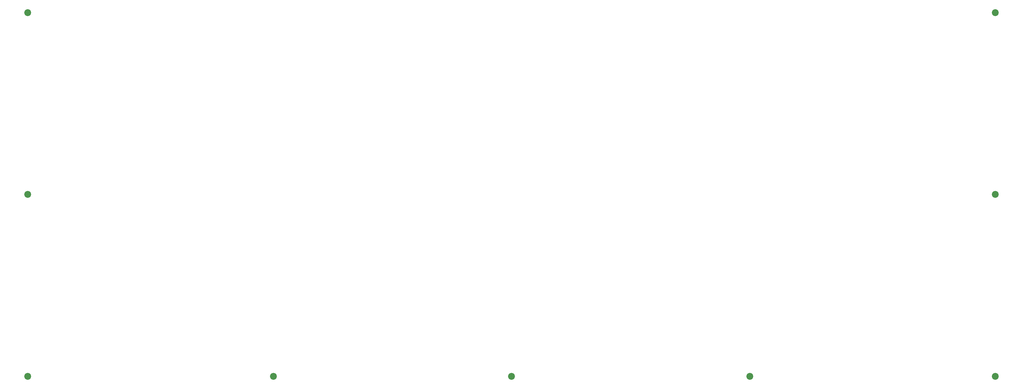
<source format=gbs>
G04 #@! TF.GenerationSoftware,KiCad,Pcbnew,7.0.2-0*
G04 #@! TF.CreationDate,2023-09-13T20:41:22+02:00*
G04 #@! TF.ProjectId,storre_plate,73746f72-7265-45f7-906c-6174652e6b69,rev?*
G04 #@! TF.SameCoordinates,Original*
G04 #@! TF.FileFunction,Soldermask,Bot*
G04 #@! TF.FilePolarity,Negative*
%FSLAX46Y46*%
G04 Gerber Fmt 4.6, Leading zero omitted, Abs format (unit mm)*
G04 Created by KiCad (PCBNEW 7.0.2-0) date 2023-09-13 20:41:22*
%MOMM*%
%LPD*%
G01*
G04 APERTURE LIST*
%ADD10C,2.200000*%
G04 APERTURE END LIST*
D10*
X50137500Y-167125000D03*
X128925000Y-167125000D03*
X360512500Y-167125000D03*
X50137500Y-108737000D03*
X360512500Y-50349250D03*
X360512500Y-108737000D03*
X50137500Y-50349250D03*
X205325000Y-167125000D03*
X281725000Y-167125000D03*
M02*

</source>
